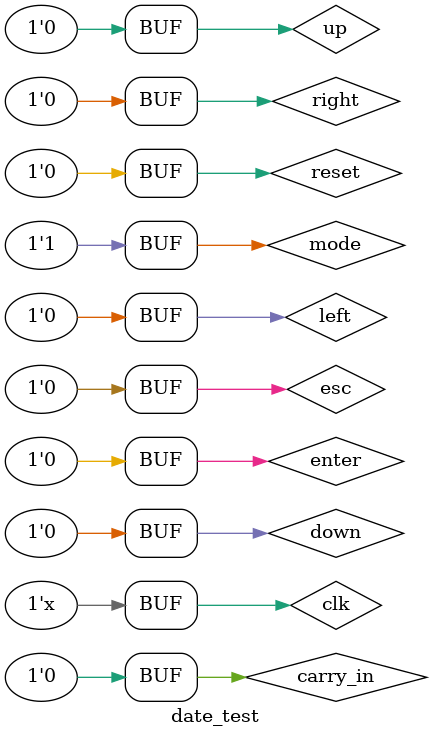
<source format=v>
`timescale 1ns / 1ps


module date_test;

	// Inputs
	reg up;
	reg down;
	reg left;
	reg right;
	reg enter;
	reg esc;
	reg clk;
	reg mode;
	reg carry_in;
	reg reset;

	// Outputs
	wire [47:0] out;
	wire [5:0] blk;
	wire norm;
	wire [6:0] year;
	wire [6:0] month;
	wire [6:0] day;

	// Instantiate the Unit Under Test (UUT)
	date uut (
		.up(up), 
		.down(down), 
		.left(left), 
		.right(right), 
		.enter(enter), 
		.esc(esc), 
		.clk(clk), 
		.mode(mode), 
		.carry_in(carry_in), 
		.reset(reset), 
		.out(out), 
		.blk(blk), 
		.norm(norm), 
		.year(year), 
		.month(month), 
		.day(day)
	);

	initial begin
		// Initialize Inputs
		up = 0;
		down = 0;
		left = 0;
		right = 0;
		enter = 0;
		esc = 0;
		clk = 0;
		mode = 1;
		carry_in = 0;
		reset = 0;

		// Wait 100 ns for global reset to finish
		#100;
        reset = 1; #100 reset = 0;
		// Add stimulus here

	end
      
	  always #0.5 clk = ~clk;
endmodule


</source>
